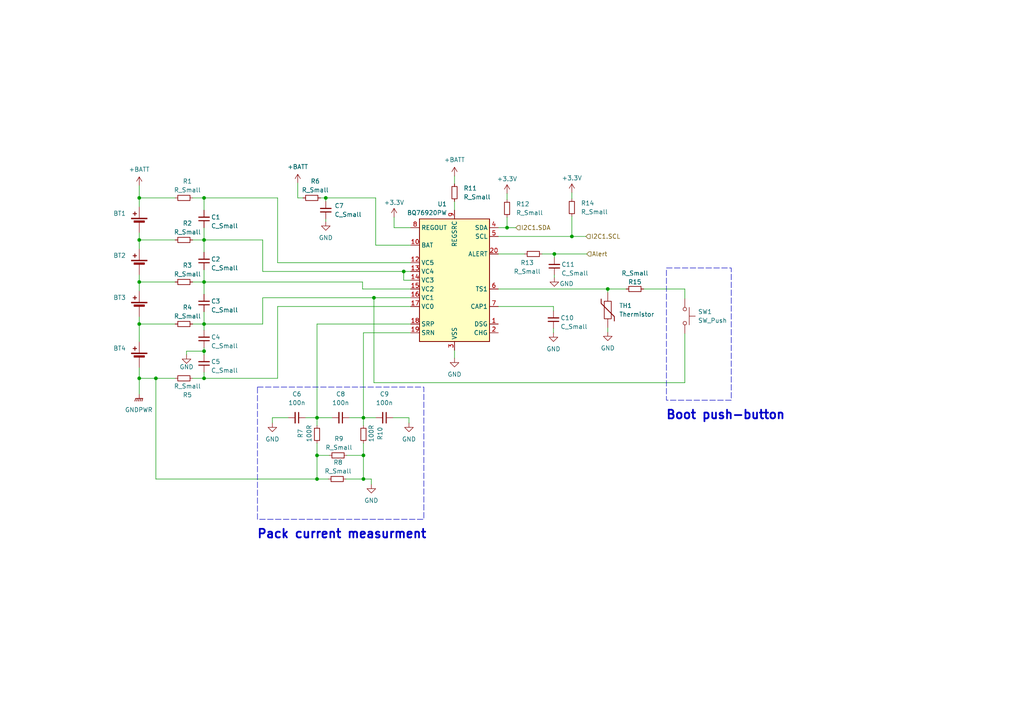
<source format=kicad_sch>
(kicad_sch (version 20231120) (generator "eeschema") (generator_version "8.0")
  (paper "A4")
  (lib_symbols
    (symbol "Battery_Management:BQ76920PW"
      (property "Reference" "U" (at -10.16 19.05 0))
      (property "Value" "BQ76920PW" (at 12.7 19.05 0))
      (symbol "BQ76920PW_0_1"
        (rectangle (start -10.16 17.78) (end 10.16 -17.78) (stroke (width 0.254)) (fill (type background)))
      )
      (symbol "BQ76920PW_1_0"
        (pin input line (at 12.7 10.16 180) (length 2.54) (name "BAT") (number "10"))
        (pin no_connect line (at -2.54 -17.78 90) (length 2.54) hide (name "NC") (number "11"))
        (pin input line (at 12.7 5.08 180) (length 2.54) (name "VC5") (number "12"))
        (pin input line (at 12.7 2.54 180) (length 2.54) (name "VC4") (number "13"))
        (pin input line (at 12.7 0 180) (length 2.54) (name "VC3") (number "14"))
        (pin input line (at 12.7 -2.54 180) (length 2.54) (name "VC2") (number "15"))
        (pin input line (at 12.7 -5.08 180) (length 2.54) (name "VC1") (number "16"))
        (pin input line (at 12.7 -7.62 180) (length 2.54) (name "VC0") (number "17"))
        (pin input line (at 12.7 -12.7 180) (length 2.54) (name "SRP") (number "18"))
        (pin input line (at 12.7 -15.24 180) (length 2.54) (name "SRN") (number "19"))
        (pin bidirectional line (at -12.7 7.62 0) (length 2.54) (name "ALERT") (number "20"))
        (pin passive line (at -12.7 -2.54 0) (length 2.54) (name "TS1") (number "6"))
        (pin passive line (at -12.7 -7.62 0) (length 2.54) (name "CAP1") (number "7"))
        (pin power_out line (at 12.7 15.24 180) (length 2.54) (name "REGOUT") (number "8"))
        (pin power_in line (at 0 20.32 270) (length 2.54) (name "REGSRC") (number "9"))
      )
      (symbol "BQ76920PW_1_1"
        (pin output line (at -12.7 -12.7 0) (length 2.54) (name "DSG") (number "1"))
        (pin output line (at -12.7 -15.24 0) (length 2.54) (name "CHG") (number "2"))
        (pin power_in line (at 0 -20.32 90) (length 2.54) (name "VSS") (number "3"))
        (pin bidirectional line (at -12.7 15.24 0) (length 2.54) (name "SDA") (number "4"))
        (pin input line (at -12.7 12.7 0) (length 2.54) (name "SCL") (number "5"))
      )
    )
    (symbol "Device:Battery_Cell" (pin_numbers hide) (pin_names (offset 0) hide)
      (property "Reference" "BT" (at 2.54 2.54 0))
      (property "Value" "Battery_Cell" (at 2.54 0 0))
      (symbol "Battery_Cell_0_1"
        (rectangle (start -2.286 1.778) (end 2.286 1.524) (fill (type outline)))
        (rectangle (start -1.524 1.016) (end 1.524 0.508) (fill (type outline)))
        (polyline (pts (xy 0 0.762) (xy 0 0)))
        (polyline (pts (xy 0 1.778) (xy 0 2.54)))
        (polyline (pts (xy 0.762 3.048) (xy 1.778 3.048)) (stroke (width 0.254)))
        (polyline (pts (xy 1.27 3.556) (xy 1.27 2.54)) (stroke (width 0.254)))
      )
      (symbol "Battery_Cell_1_1"
        (pin passive line (at 0 5.08 270) (length 2.54) (name "+") (number "1"))
        (pin passive line (at 0 -2.54 90) (length 2.54) (name "-") (number "2"))
      )
    )
    (symbol "Device:C_Small" (pin_numbers hide) (pin_names (offset 0.254) hide)
      (property "Reference" "C" (at 0.254 1.778 0))
      (property "Value" "C_Small" (at 0.254 -2.032 0))
      (symbol "C_Small_0_1"
        (polyline (pts (xy -1.524 -0.508) (xy 1.524 -0.508)) (stroke (width 0.3302)))
        (polyline (pts (xy -1.524 0.508) (xy 1.524 0.508)) (stroke (width 0.3048)))
      )
      (symbol "C_Small_1_1"
        (pin passive line (at 0 2.54 270) (length 2.032) (name "~") (number "1"))
        (pin passive line (at 0 -2.54 90) (length 2.032) (name "~") (number "2"))
      )
    )
    (symbol "Device:R_Small" (pin_numbers hide) (pin_names (offset 0.254) hide)
      (property "Reference" "R" (at 0.762 0.508 0))
      (property "Value" "R_Small" (at 0.762 -1.016 0))
      (symbol "R_Small_0_1"
        (rectangle (start -0.762 1.778) (end 0.762 -1.778) (stroke (width 0.2032)))
      )
      (symbol "R_Small_1_1"
        (pin passive line (at 0 2.54 270) (length 0.762) (name "~") (number "1"))
        (pin passive line (at 0 -2.54 90) (length 0.762) (name "~") (number "2"))
      )
    )
    (symbol "Device:Thermistor" (pin_numbers hide) (pin_names (offset 0))
      (property "Reference" "TH" (at 2.54 1.27 90))
      (property "Value" "Thermistor" (at -2.54 0 90))
      (symbol "Thermistor_0_1"
        (rectangle (start -1.016 2.54) (end 1.016 -2.54) (stroke (width 0.2032)))
        (polyline (pts (xy -1.905 3.175) (xy -1.905 1.905) (xy 1.905 -1.905) (xy 1.905 -3.175) (xy 1.905 -3.175)) (stroke (width 0.254)))
      )
      (symbol "Thermistor_1_1"
        (pin passive line (at 0 5.08 270) (length 2.54) (name "~") (number "1"))
        (pin passive line (at 0 -5.08 90) (length 2.54) (name "~") (number "2"))
      )
    )
    (symbol "Switch:SW_Push" (pin_numbers hide) (pin_names (offset 1.016) hide)
      (property "Reference" "SW" (at 1.27 2.54 0))
      (property "Value" "SW_Push" (at 0 -1.524 0))
      (symbol "SW_Push_0_1"
        (circle (center -2.032 0) (radius 0.508))
        (polyline (pts (xy 0 1.27) (xy 0 3.048)))
        (polyline (pts (xy 2.54 1.27) (xy -2.54 1.27)))
        (circle (center 2.032 0) (radius 0.508))
        (pin passive line (at -5.08 0 0) (length 2.54) (name "1") (number "1"))
        (pin passive line (at 5.08 0 180) (length 2.54) (name "2") (number "2"))
      )
    )
    (symbol "power:+3.3V" (power) (pin_names (offset 0))
      (property "Value" "+3.3V" (at 0 3.556 0))
      (symbol "+3.3V_0_1"
        (polyline (pts (xy -0.762 1.27) (xy 0 2.54)))
        (polyline (pts (xy 0 0) (xy 0 2.54)))
        (polyline (pts (xy 0 2.54) (xy 0.762 1.27)))
      )
      (symbol "+3.3V_1_1"
        (pin power_in line (at 0 0 90) (length 0) hide (name "+3.3V") (number "1"))
      )
    )
    (symbol "power:+BATT" (power) (pin_names (offset 0))
      (property "Value" "+BATT" (at 0 3.556 0))
      (symbol "+BATT_0_1"
        (polyline (pts (xy -0.762 1.27) (xy 0 2.54)))
        (polyline (pts (xy 0 0) (xy 0 2.54)))
        (polyline (pts (xy 0 2.54) (xy 0.762 1.27)))
      )
      (symbol "+BATT_1_1"
        (pin power_in line (at 0 0 90) (length 0) hide (name "+BATT") (number "1"))
      )
    )
    (symbol "power:GND" (power) (pin_names (offset 0))
      (property "Value" "GND" (at 0 -3.81 0))
      (symbol "GND_0_1"
        (polyline (pts (xy 0 0) (xy 0 -1.27) (xy 1.27 -1.27) (xy 0 -2.54) (xy -1.27 -1.27) (xy 0 -1.27)))
      )
      (symbol "GND_1_1"
        (pin power_in line (at 0 0 270) (length 0) hide (name "GND") (number "1"))
      )
    )
    (symbol "power:GNDPWR" (power) (pin_names (offset 0))
      (property "Value" "GNDPWR" (at 0 -3.302 0))
      (symbol "GNDPWR_0_1"
        (polyline (pts (xy 0 -1.27) (xy 0 0)))
        (polyline (pts (xy -1.016 -1.27) (xy -1.27 -2.032) (xy -1.27 -2.032)) (stroke (width 0.2032)))
        (polyline (pts (xy -0.508 -1.27) (xy -0.762 -2.032) (xy -0.762 -2.032)) (stroke (width 0.2032)))
        (polyline (pts (xy 0 -1.27) (xy -0.254 -2.032) (xy -0.254 -2.032)) (stroke (width 0.2032)))
        (polyline (pts (xy 0.508 -1.27) (xy 0.254 -2.032) (xy 0.254 -2.032)) (stroke (width 0.2032)))
        (polyline (pts (xy 1.016 -1.27) (xy -1.016 -1.27) (xy -1.016 -1.27)) (stroke (width 0.2032)))
        (polyline (pts (xy 1.016 -1.27) (xy 0.762 -2.032) (xy 0.762 -2.032) (xy 0.762 -2.032)) (stroke (width 0.2032)))
      )
      (symbol "GNDPWR_1_1"
        (pin power_in line (at 0 0 270) (length 0) hide (name "GNDPWR") (number "1"))
      )
    )
  )
  (junction (at 165.862 68.58))
  (junction (at 91.948 121.158))
  (junction (at 105.41 138.938))
  (junction (at 59.182 109.728))
  (junction (at 105.41 132.08))
  (junction (at 40.386 69.596))
  (junction (at 59.182 69.596))
  (junction (at 40.386 109.728))
  (junction (at 94.488 57.404))
  (junction (at 147.066 66.04))
  (junction (at 108.458 86.36))
  (junction (at 45.212 109.728))
  (junction (at 91.948 132.08))
  (junction (at 105.41 121.158))
  (junction (at 176.276 83.82))
  (junction (at 160.782 73.66))
  (junction (at 117.094 78.74))
  (junction (at 40.386 93.98))
  (junction (at 40.386 81.788))
  (junction (at 40.386 57.404))
  (junction (at 59.182 81.788))
  (junction (at 59.182 57.404))
  (junction (at 59.182 101.854))
  (junction (at 59.182 93.98))
  (junction (at 91.948 138.938))
  (wire (pts (xy 59.182 93.98) (xy 59.182 95.758)))
  (wire (pts (xy 40.386 57.404) (xy 50.8 57.404)))
  (wire (pts (xy 198.628 83.82) (xy 198.628 86.614)))
  (wire (pts (xy 59.182 101.854) (xy 59.182 102.87)))
  (wire (pts (xy 105.41 121.158) (xy 105.41 123.444)))
  (wire (pts (xy 100.33 138.938) (xy 105.41 138.938)))
  (wire (pts (xy 131.826 101.6) (xy 131.826 103.886)))
  (wire (pts (xy 40.386 79.756) (xy 40.386 81.788)))
  (wire (pts (xy 92.964 57.404) (xy 94.488 57.404)))
  (wire (pts (xy 165.862 68.58) (xy 169.926 68.58)))
  (wire (pts (xy 94.488 57.404) (xy 108.966 57.404)))
  (wire (pts (xy 80.518 88.9) (xy 119.126 88.9)))
  (wire (pts (xy 91.948 128.524) (xy 91.948 132.08)))
  (wire (pts (xy 55.88 81.788) (xy 59.182 81.788)))
  (wire (pts (xy 94.488 63.5) (xy 94.488 64.262)))
  (wire (pts (xy 105.41 132.08) (xy 105.41 138.938)))
  (wire (pts (xy 87.884 57.404) (xy 86.36 57.404)))
  (wire (pts (xy 59.182 57.404) (xy 80.518 57.404)))
  (wire (pts (xy 144.526 88.9) (xy 160.528 88.9)))
  (wire (pts (xy 147.066 62.992) (xy 147.066 66.04)))
  (wire (pts (xy 94.488 57.404) (xy 94.488 58.42)))
  (wire (pts (xy 59.182 109.728) (xy 59.182 107.95)))
  (wire (pts (xy 40.386 99.06) (xy 40.386 93.98)))
  (wire (pts (xy 118.618 121.158) (xy 118.618 122.682)))
  (wire (pts (xy 55.88 109.728) (xy 59.182 109.728)))
  (wire (pts (xy 59.182 78.232) (xy 59.182 81.788)))
  (wire (pts (xy 157.226 73.66) (xy 160.782 73.66)))
  (wire (pts (xy 59.182 66.04) (xy 59.182 69.596)))
  (wire (pts (xy 131.826 51.054) (xy 131.826 53.34)))
  (wire (pts (xy 45.212 138.938) (xy 45.212 109.728)))
  (wire (pts (xy 40.386 109.728) (xy 40.386 114.3)))
  (wire (pts (xy 40.386 69.596) (xy 50.8 69.596)))
  (wire (pts (xy 45.212 109.728) (xy 50.8 109.728)))
  (wire (pts (xy 80.518 109.728) (xy 80.518 88.9)))
  (wire (pts (xy 105.41 138.938) (xy 107.696 138.938)))
  (wire (pts (xy 176.276 83.82) (xy 176.276 84.836)))
  (wire (pts (xy 119.126 66.04) (xy 114.3 66.04)))
  (wire (pts (xy 91.948 93.98) (xy 91.948 121.158)))
  (wire (pts (xy 76.2 86.36) (xy 108.458 86.36)))
  (wire (pts (xy 160.782 79.756) (xy 160.782 80.518)))
  (wire (pts (xy 107.696 138.938) (xy 107.696 140.462)))
  (wire (pts (xy 59.182 85.344) (xy 59.182 81.788)))
  (wire (pts (xy 165.862 55.88) (xy 165.862 57.658)))
  (wire (pts (xy 144.526 73.66) (xy 152.146 73.66)))
  (wire (pts (xy 40.386 106.68) (xy 40.386 109.728)))
  (wire (pts (xy 117.094 78.74) (xy 119.126 78.74)))
  (wire (pts (xy 88.646 121.158) (xy 91.948 121.158)))
  (wire (pts (xy 91.948 132.08) (xy 95.504 132.08)))
  (wire (pts (xy 55.88 57.404) (xy 59.182 57.404)))
  (wire (pts (xy 76.2 78.74) (xy 117.094 78.74)))
  (wire (pts (xy 105.156 83.82) (xy 119.126 83.82)))
  (wire (pts (xy 59.182 81.788) (xy 105.156 81.788)))
  (wire (pts (xy 40.386 91.948) (xy 40.386 93.98)))
  (wire (pts (xy 160.782 73.66) (xy 170.18 73.66)))
  (wire (pts (xy 59.182 100.838) (xy 59.182 101.854)))
  (wire (pts (xy 59.182 90.424) (xy 59.182 93.98)))
  (wire (pts (xy 59.182 69.596) (xy 76.2 69.596)))
  (wire (pts (xy 83.566 121.158) (xy 78.994 121.158)))
  (wire (pts (xy 76.2 69.596) (xy 76.2 78.74)))
  (wire (pts (xy 55.88 93.98) (xy 59.182 93.98)))
  (wire (pts (xy 55.88 69.596) (xy 59.182 69.596)))
  (wire (pts (xy 144.526 68.58) (xy 165.862 68.58)))
  (wire (pts (xy 105.41 132.08) (xy 100.584 132.08)))
  (wire (pts (xy 147.066 66.04) (xy 149.606 66.04)))
  (wire (pts (xy 40.386 72.136) (xy 40.386 69.596)))
  (wire (pts (xy 40.386 67.564) (xy 40.386 69.596)))
  (wire (pts (xy 160.528 88.9) (xy 160.528 90.17)))
  (wire (pts (xy 119.126 76.2) (xy 80.518 76.2)))
  (wire (pts (xy 91.948 138.938) (xy 95.25 138.938)))
  (wire (pts (xy 54.102 101.854) (xy 54.102 102.87)))
  (wire (pts (xy 59.182 93.98) (xy 76.2 93.98)))
  (wire (pts (xy 80.518 76.2) (xy 80.518 57.404)))
  (wire (pts (xy 198.628 96.774) (xy 198.628 110.998)))
  (wire (pts (xy 176.276 94.996) (xy 176.276 96.266)))
  (wire (pts (xy 40.386 84.328) (xy 40.386 81.788)))
  (wire (pts (xy 160.782 74.676) (xy 160.782 73.66)))
  (wire (pts (xy 59.182 101.854) (xy 54.102 101.854)))
  (wire (pts (xy 186.69 83.82) (xy 198.628 83.82)))
  (wire (pts (xy 59.182 60.96) (xy 59.182 57.404)))
  (wire (pts (xy 114.3 62.992) (xy 114.3 66.04)))
  (wire (pts (xy 91.948 121.158) (xy 91.948 123.444)))
  (wire (pts (xy 105.156 81.788) (xy 105.156 83.82)))
  (wire (pts (xy 40.386 93.98) (xy 50.8 93.98)))
  (wire (pts (xy 91.948 132.08) (xy 91.948 138.938)))
  (wire (pts (xy 108.458 86.36) (xy 119.126 86.36)))
  (wire (pts (xy 105.41 128.524) (xy 105.41 132.08)))
  (wire (pts (xy 114.046 121.158) (xy 118.618 121.158)))
  (wire (pts (xy 86.36 53.086) (xy 86.36 57.404)))
  (wire (pts (xy 160.528 95.25) (xy 160.528 96.52)))
  (wire (pts (xy 59.182 73.152) (xy 59.182 69.596)))
  (wire (pts (xy 198.628 110.998) (xy 108.458 110.998)))
  (wire (pts (xy 108.966 71.12) (xy 108.966 57.404)))
  (wire (pts (xy 119.126 71.12) (xy 108.966 71.12)))
  (wire (pts (xy 76.2 93.98) (xy 76.2 86.36)))
  (wire (pts (xy 144.526 66.04) (xy 147.066 66.04)))
  (wire (pts (xy 91.948 121.158) (xy 96.266 121.158)))
  (wire (pts (xy 105.41 96.52) (xy 105.41 121.158)))
  (wire (pts (xy 59.182 109.728) (xy 80.518 109.728)))
  (wire (pts (xy 117.094 81.28) (xy 117.094 78.74)))
  (wire (pts (xy 131.826 58.42) (xy 131.826 60.96)))
  (wire (pts (xy 165.862 62.738) (xy 165.862 68.58)))
  (wire (pts (xy 40.386 81.788) (xy 50.8 81.788)))
  (wire (pts (xy 105.41 96.52) (xy 119.126 96.52)))
  (wire (pts (xy 40.386 53.848) (xy 40.386 57.404)))
  (wire (pts (xy 144.526 83.82) (xy 176.276 83.82)))
  (wire (pts (xy 78.994 121.158) (xy 78.994 122.682)))
  (wire (pts (xy 108.458 110.998) (xy 108.458 86.36)))
  (wire (pts (xy 176.276 83.82) (xy 181.61 83.82)))
  (wire (pts (xy 91.948 93.98) (xy 119.126 93.98)))
  (wire (pts (xy 105.41 121.158) (xy 108.966 121.158)))
  (wire (pts (xy 119.126 81.28) (xy 117.094 81.28)))
  (wire (pts (xy 45.212 138.938) (xy 91.948 138.938)))
  (wire (pts (xy 147.066 56.134) (xy 147.066 57.912)))
  (wire (pts (xy 101.346 121.158) (xy 105.41 121.158)))
  (wire (pts (xy 40.386 57.404) (xy 40.386 59.944)))
  (wire (pts (xy 40.386 109.728) (xy 45.212 109.728)))
  (rectangle (start 193.294 77.724) (end 212.09 116.078) (stroke (width 0) (type dash)))
  (rectangle (start 74.676 112.268) (end 122.936 150.622) (stroke (width 0) (type dash)))
  (text "Boot push-button" (at 193.04 121.92 0) (effects (font (size 2.5 2.5) (thickness 0.5) (bold yes)) (justify left bottom)))
  (text "Pack current measurment" (at 74.422 156.464 0) (effects (font (size 2.5 2.5) (thickness 0.5) (bold yes)) (justify left bottom)))
  (hierarchical_label "I2C1.SCL" (shape input) (at 169.926 68.58 0))
  (hierarchical_label "I2C1.SDA" (shape input) (at 149.606 66.04 0))
  (hierarchical_label "Alert" (shape input) (at 170.18 73.66 0))
  (symbol (lib_id "power:GND") (at 131.826 103.886 0) (unit 1)
    (property "Reference" "#PWR011" (effects (hide yes)))
    (property "Value" "GND" (at 131.826 108.585 0))
  )
  (symbol (lib_id "Device:C_Small") (at 59.182 63.5 180) (unit 1)
    (property "Reference" "C1" (at 61.214 62.992 0) (effects (justify right)))
    (property "Value" "C_Small" (at 61.214 65.532 0) (effects (justify right)))
    (property "Footprint" "Capacitor_SMD:C_0603_1608Metric" (effects (hide yes)))
  )
  (symbol (lib_id "power:GND") (at 54.102 102.87 0) (unit 1)
    (property "Reference" "#PWR03" (effects (hide yes)))
    (property "Value" "GND" (at 54.102 106.426 0))
  )
  (symbol (lib_id "Device:Thermistor") (at 176.276 89.916 0) (unit 1) (on_board no)
    (property "Reference" "TH1" (at 179.578 88.646 0) (effects (justify left)))
    (property "Value" "Thermistor" (at 179.578 91.186 0) (effects (justify left)))
  )
  (symbol (lib_id "Device:R_Small") (at 53.34 109.728 90) (mirror x) (unit 1)
    (property "Reference" "R5" (at 54.356 114.554 90))
    (property "Value" "R_Small" (at 54.356 112.014 90))
    (property "Footprint" "Resistor_SMD:R_0603_1608Metric" (effects (hide yes)))
  )
  (symbol (lib_id "Device:C_Small") (at 59.182 98.298 180) (unit 1)
    (property "Reference" "C4" (at 61.214 97.79 0) (effects (justify right)))
    (property "Value" "C_Small" (at 61.214 100.33 0) (effects (justify right)))
    (property "Footprint" "Capacitor_SMD:C_0603_1608Metric" (effects (hide yes)))
  )
  (symbol (lib_id "Device:R_Small") (at 184.15 83.82 270) (unit 1)
    (property "Reference" "R15" (at 184.15 81.788 90))
    (property "Value" "R_Small" (at 184.15 79.248 90))
    (property "Footprint" "Resistor_SMD:R_0603_1608Metric" (effects (hide yes)))
  )
  (symbol (lib_id "Device:C_Small") (at 59.182 105.41 180) (unit 1)
    (property "Reference" "C5" (at 61.214 104.902 0) (effects (justify right)))
    (property "Value" "C_Small" (at 61.214 107.442 0) (effects (justify right)))
    (property "Footprint" "Capacitor_SMD:C_0603_1608Metric" (effects (hide yes)))
  )
  (symbol (lib_id "Battery_Management:BQ76920PW") (at 131.826 81.28 0) (mirror y) (unit 1)
    (property "Reference" "U1" (at 129.6319 59.182 0) (effects (justify left)))
    (property "Value" "BQ76920PW" (at 129.6319 61.722 0) (effects (justify left)))
    (property "Footprint" "Package_SO:TSSOP-20_4.4x6.5mm_P0.65mm" (effects (hide yes)))
    (property "Datasheet" "http://www.ti.com/lit/ds/symlink/bq76920.pdf" (effects (hide yes)))
  )
  (symbol (lib_id "power:GND") (at 160.782 80.518 0) (unit 1)
    (property "Reference" "#PWR014" (effects (hide yes)))
    (property "Value" "GND" (at 164.338 82.296 0))
  )
  (symbol (lib_id "Device:Battery_Cell") (at 40.386 89.408 0) (mirror y) (unit 1) (on_board no)
    (property "Reference" "BT3" (at 36.5252 86.2965 0) (effects (justify left)))
    (property "Value" "Battery_Cell" (effects (hide yes)))
  )
  (symbol (lib_id "Device:C_Small") (at 160.782 77.216 180) (unit 1)
    (property "Reference" "C11" (at 162.814 76.708 0) (effects (justify right)))
    (property "Value" "C_Small" (at 162.814 79.248 0) (effects (justify right)))
    (property "Footprint" "Capacitor_SMD:C_0603_1608Metric" (effects (hide yes)))
  )
  (symbol (lib_id "Device:R_Small") (at 53.34 93.98 90) (unit 1)
    (property "Reference" "R4" (at 54.356 89.154 90))
    (property "Value" "R_Small" (at 54.356 91.694 90))
    (property "Footprint" "Resistor_SMD:R_0603_1608Metric" (effects (hide yes)))
  )
  (symbol (lib_id "Device:R_Small") (at 98.044 132.08 90) (unit 1)
    (property "Reference" "R9" (at 98.298 127.254 90))
    (property "Value" "R_Small" (at 98.298 129.794 90))
    (property "Footprint" "Resistor_SMD:R_0603_1608Metric" (effects (hide yes)))
  )
  (symbol (lib_id "Device:R_Small") (at 131.826 55.88 0) (unit 1)
    (property "Reference" "R11" (at 134.4422 54.61 0) (effects (justify left)))
    (property "Value" "R_Small" (at 134.4422 57.15 0) (effects (justify left)))
    (property "Footprint" "Resistor_SMD:R_0603_1608Metric" (effects (hide yes)))
  )
  (symbol (lib_id "Device:R_Small") (at 165.862 60.198 0) (unit 1)
    (property "Reference" "R14" (at 168.4782 58.928 0) (effects (justify left)))
    (property "Value" "R_Small" (at 168.4782 61.468 0) (effects (justify left)))
    (property "Footprint" "Resistor_SMD:R_0603_1608Metric" (effects (hide yes)))
  )
  (symbol (lib_id "power:GND") (at 160.528 96.52 0) (unit 1)
    (property "Reference" "#PWR013" (effects (hide yes)))
    (property "Value" "GND" (at 160.528 101.219 0))
  )
  (symbol (lib_id "Device:Battery_Cell") (at 40.386 104.14 0) (mirror y) (unit 1) (on_board no)
    (property "Reference" "BT4" (at 36.5252 101.0285 0) (effects (justify left)))
    (property "Value" "Battery_Cell" (effects (hide yes)))
  )
  (symbol (lib_id "Device:R_Small") (at 147.066 60.452 0) (unit 1)
    (property "Reference" "R12" (at 149.6822 59.182 0) (effects (justify left)))
    (property "Value" "R_Small" (at 149.6822 61.722 0) (effects (justify left)))
    (property "Footprint" "Resistor_SMD:R_0603_1608Metric" (effects (hide yes)))
  )
  (symbol (lib_id "power:GND") (at 118.618 122.682 0) (unit 1)
    (property "Reference" "#PWR09" (effects (hide yes)))
    (property "Value" "GND" (at 118.618 127.381 0))
  )
  (symbol (lib_id "power:GNDPWR") (at 40.386 114.3 0) (unit 1)
    (property "Reference" "#PWR02" (effects (hide yes)))
    (property "Value" "GNDPWR" (at 40.259 118.872 0))
  )
  (symbol (lib_id "Device:R_Small") (at 91.948 125.984 180) (unit 1)
    (property "Reference" "R7" (at 87.122 125.73 90))
    (property "Value" "100R" (at 89.662 125.73 90))
    (property "Footprint" "Resistor_SMD:R_0603_1608Metric" (effects (hide yes)))
  )
  (symbol (lib_id "power:GND") (at 78.994 122.682 0) (mirror y) (unit 1)
    (property "Reference" "#PWR04" (effects (hide yes)))
    (property "Value" "GND" (at 78.994 127.381 0))
  )
  (symbol (lib_id "power:GND") (at 107.696 140.462 0) (unit 1)
    (property "Reference" "#PWR07" (effects (hide yes)))
    (property "Value" "GND" (at 107.696 145.161 0))
  )
  (symbol (lib_id "Device:R_Small") (at 154.686 73.66 90) (unit 1)
    (property "Reference" "R13" (at 152.908 76.2 90))
    (property "Value" "R_Small" (at 152.908 78.74 90))
    (property "Footprint" "Resistor_SMD:R_0603_1608Metric" (effects (hide yes)))
  )
  (symbol (lib_id "Device:C_Small") (at 160.528 92.71 180) (unit 1)
    (property "Reference" "C10" (at 162.56 92.202 0) (effects (justify right)))
    (property "Value" "C_Small" (at 162.56 94.742 0) (effects (justify right)))
    (property "Footprint" "Capacitor_SMD:C_0603_1608Metric" (effects (hide yes)))
  )
  (symbol (lib_id "power:+BATT") (at 40.386 53.848 0) (unit 1)
    (property "Reference" "#PWR01" (effects (hide yes)))
    (property "Value" "+BATT" (at 40.386 49.149 0))
  )
  (symbol (lib_id "Device:C_Small") (at 59.182 75.692 180) (unit 1)
    (property "Reference" "C2" (at 61.214 75.184 0) (effects (justify right)))
    (property "Value" "C_Small" (at 61.214 77.724 0) (effects (justify right)))
    (property "Footprint" "Capacitor_SMD:C_0603_1608Metric" (effects (hide yes)))
  )
  (symbol (lib_id "Device:R_Small") (at 105.41 125.984 0) (mirror x) (unit 1)
    (property "Reference" "R10" (at 110.236 125.73 90))
    (property "Value" "100R" (at 107.696 125.73 90))
    (property "Footprint" "Resistor_SMD:R_0603_1608Metric" (effects (hide yes)))
  )
  (symbol (lib_id "Device:R_Small") (at 90.424 57.404 90) (unit 1)
    (property "Reference" "R6" (at 91.44 52.578 90))
    (property "Value" "R_Small" (at 91.44 55.118 90))
    (property "Footprint" "Resistor_SMD:R_0603_1608Metric" (effects (hide yes)))
  )
  (symbol (lib_id "Device:C_Small") (at 86.106 121.158 270) (unit 1)
    (property "Reference" "C6" (at 86.0996 114.3 90))
    (property "Value" "100n" (at 86.0996 116.84 90))
    (property "Footprint" "Capacitor_SMD:C_0603_1608Metric" (effects (hide yes)))
  )
  (symbol (lib_id "Device:R_Small") (at 97.79 138.938 90) (unit 1)
    (property "Reference" "R8" (at 98.044 134.112 90))
    (property "Value" "R_Small" (at 98.044 136.652 90))
    (property "Footprint" "Resistor_SMD:R_0603_1608Metric" (effects (hide yes)))
  )
  (symbol (lib_id "Device:C_Small") (at 111.506 121.158 270) (unit 1)
    (property "Reference" "C9" (at 111.4996 114.3 90))
    (property "Value" "100n" (at 111.4996 116.84 90))
    (property "Footprint" "Capacitor_SMD:C_0603_1608Metric" (effects (hide yes)))
  )
  (symbol (lib_id "Device:Battery_Cell") (at 40.386 65.024 0) (mirror y) (unit 1) (on_board no)
    (property "Reference" "BT1" (at 36.5252 61.9125 0) (effects (justify left)))
    (property "Value" "Battery_Cell" (effects (hide yes)))
  )
  (symbol (lib_id "Switch:SW_Push") (at 198.628 91.694 270) (unit 1)
    (property "Reference" "SW1" (at 202.438 90.424 90) (effects (justify left)))
    (property "Value" "SW_Push" (at 202.438 92.964 90) (effects (justify left)))
  )
  (symbol (lib_id "Device:R_Small") (at 53.34 69.596 90) (unit 1)
    (property "Reference" "R2" (at 54.356 64.77 90))
    (property "Value" "R_Small" (at 54.356 67.31 90))
    (property "Footprint" "Resistor_SMD:R_0603_1608Metric" (effects (hide yes)))
  )
  (symbol (lib_id "Device:C_Small") (at 59.182 87.884 180) (unit 1)
    (property "Reference" "C3" (at 61.214 87.376 0) (effects (justify right)))
    (property "Value" "C_Small" (at 61.214 89.916 0) (effects (justify right)))
    (property "Footprint" "Capacitor_SMD:C_0603_1608Metric" (effects (hide yes)))
  )
  (symbol (lib_id "Device:C_Small") (at 94.488 60.96 180) (unit 1)
    (property "Reference" "C7" (at 97.028 59.6836 0) (effects (justify right)))
    (property "Value" "C_Small" (at 97.028 62.2236 0) (effects (justify right)))
    (property "Footprint" "Capacitor_SMD:C_0603_1608Metric" (effects (hide yes)))
  )
  (symbol (lib_id "Device:C_Small") (at 98.806 121.158 270) (unit 1)
    (property "Reference" "C8" (at 98.7996 114.3 90))
    (property "Value" "100n" (at 98.7996 116.84 90))
    (property "Footprint" "Capacitor_SMD:C_0603_1608Metric" (effects (hide yes)))
  )
  (symbol (lib_id "power:+BATT") (at 86.36 53.086 0) (unit 1)
    (property "Reference" "#PWR05" (effects (hide yes)))
    (property "Value" "+BATT" (at 86.36 48.387 0))
  )
  (symbol (lib_id "power:+BATT") (at 131.826 51.054 0) (unit 1)
    (property "Reference" "#PWR010" (effects (hide yes)))
    (property "Value" "+BATT" (at 131.826 46.355 0))
  )
  (symbol (lib_id "power:+3.3V") (at 147.066 56.134 0) (unit 1)
    (property "Reference" "#PWR012" (effects (hide yes)))
    (property "Value" "+3.3V" (at 147.066 51.8922 0))
  )
  (symbol (lib_id "power:+3.3V") (at 114.3 62.992 0) (unit 1)
    (property "Reference" "#PWR08" (effects (hide yes)))
    (property "Value" "+3.3V" (at 114.3 58.7502 0))
  )
  (symbol (lib_id "Device:R_Small") (at 53.34 57.404 90) (unit 1)
    (property "Reference" "R1" (at 54.356 52.578 90))
    (property "Value" "R_Small" (at 54.356 55.118 90))
    (property "Footprint" "Resistor_SMD:R_0603_1608Metric" (effects (hide yes)))
  )
  (symbol (lib_id "power:+3.3V") (at 165.862 55.88 0) (unit 1)
    (property "Reference" "#PWR015" (effects (hide yes)))
    (property "Value" "+3.3V" (at 165.862 51.6382 0))
  )
  (symbol (lib_id "Device:R_Small") (at 53.34 81.788 90) (unit 1)
    (property "Reference" "R3" (at 54.356 76.962 90))
    (property "Value" "R_Small" (at 54.356 79.502 90))
    (property "Footprint" "Resistor_SMD:R_0603_1608Metric" (effects (hide yes)))
  )
  (symbol (lib_id "Device:Battery_Cell") (at 40.386 77.216 0) (mirror y) (unit 1) (on_board no)
    (property "Reference" "BT2" (at 36.5252 74.1045 0) (effects (justify left)))
    (property "Value" "Battery_Cell" (effects (hide yes)))
  )
  (symbol (lib_id "power:GND") (at 94.488 64.262 0) (unit 1)
    (property "Reference" "#PWR06" (effects (hide yes)))
    (property "Value" "GND" (at 94.488 68.961 0))
  )
  (symbol (lib_id "power:GND") (at 176.276 96.266 0) (unit 1)
    (property "Reference" "#PWR016" (effects (hide yes)))
    (property "Value" "GND" (at 176.276 100.965 0))
  )
)
</source>
